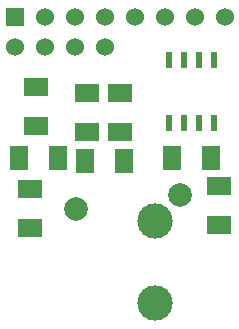
<source format=gts>
G04 (created by PCBNEW (2013-07-07 BZR 4022)-stable) date 07/07/2014 09:14:03*
%MOIN*%
G04 Gerber Fmt 3.4, Leading zero omitted, Abs format*
%FSLAX34Y34*%
G01*
G70*
G90*
G04 APERTURE LIST*
%ADD10C,0.00590551*%
%ADD11R,0.0236X0.0551*%
%ADD12R,0.06X0.08*%
%ADD13R,0.08X0.06*%
%ADD14R,0.06X0.06*%
%ADD15C,0.06*%
%ADD16C,0.11811*%
%ADD17C,0.0787402*%
G04 APERTURE END LIST*
G54D10*
G54D11*
X26150Y-10550D03*
X26150Y-8450D03*
X25650Y-10550D03*
X25150Y-10550D03*
X24650Y-10550D03*
X25650Y-8450D03*
X25150Y-8450D03*
X24650Y-8450D03*
G54D12*
X26050Y-11700D03*
X24750Y-11700D03*
G54D13*
X20200Y-9350D03*
X20200Y-10650D03*
G54D12*
X19650Y-11700D03*
X20950Y-11700D03*
G54D13*
X20000Y-12750D03*
X20000Y-14050D03*
X21900Y-10850D03*
X21900Y-9550D03*
X23000Y-9550D03*
X23000Y-10850D03*
G54D12*
X23150Y-11800D03*
X21850Y-11800D03*
G54D13*
X26300Y-12650D03*
X26300Y-13950D03*
G54D14*
X19500Y-7000D03*
G54D15*
X25500Y-7000D03*
X20500Y-7000D03*
X26500Y-7000D03*
X21500Y-7000D03*
X22500Y-7000D03*
X23500Y-7000D03*
X24500Y-7000D03*
X22500Y-8000D03*
X21500Y-8000D03*
X20500Y-8000D03*
X19500Y-8000D03*
G54D16*
X24187Y-13793D03*
X24187Y-16549D03*
G54D17*
X25014Y-12927D03*
X21549Y-13400D03*
M02*

</source>
